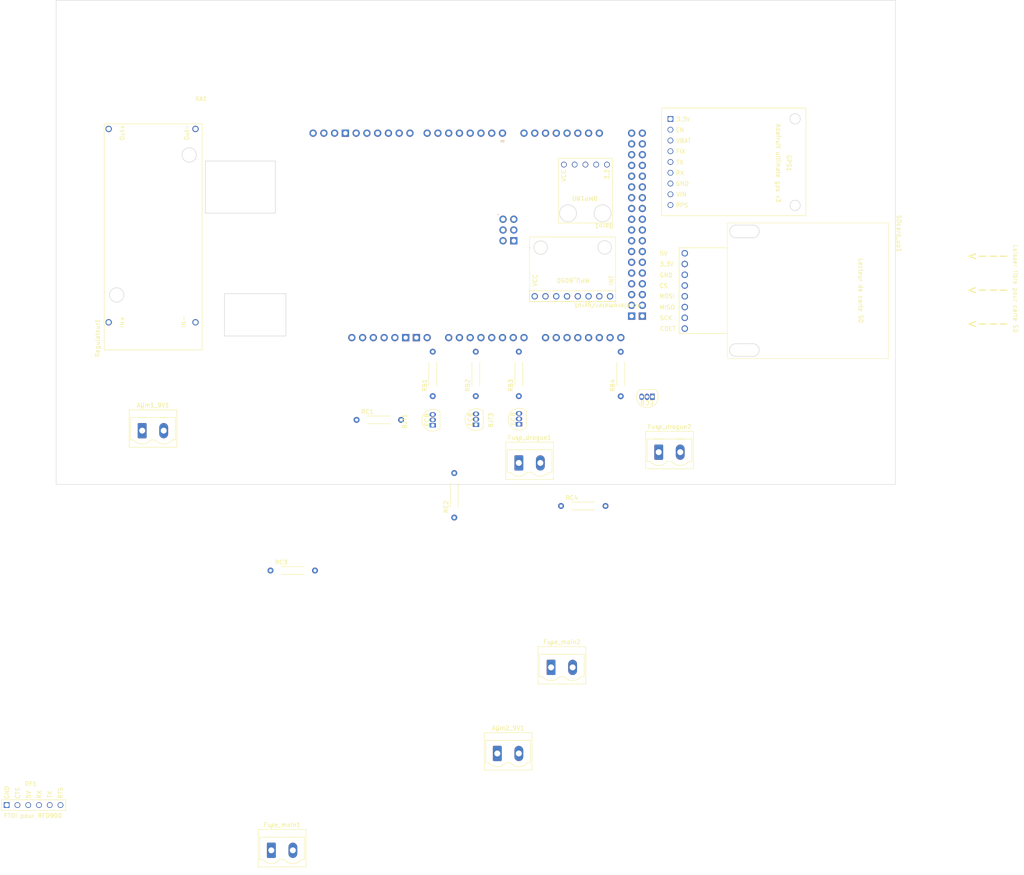
<source format=kicad_pcb>
(kicad_pcb (version 20211014) (generator pcbnew)
  (layers (0 "F.Cu" signal) (31 "B.Cu" signal) (34 "B.Paste" user) (35 "F.Paste" user) (36 "B.SilkS" user "B.Silkscreen") (37 "F.SilkS" user "F.Silkscreen") (38 "B.Mask" user) (39 "F.Mask" user) (44 "Edge.Cuts" user))
  (net 0 "")
  (net 1 "/VCC")
  (net 2 "GND")
  (net 3 "/SCL")
  (net 4 "/SDA")
  (net 6 "Net-(BJT1-Pad1)")
  (net 7 "Net-(BJT1-Pad2)")
  (net 8 "Net-(BJT1-Pad3)")
  (net 9 "Net-(BJT2-Pad1)")
  (net 10 "Net-(BJT2-Pad2)")
  (net 11 "Net-(BJT2-Pad3)")
  (net 12 "Net-(BJT3-Pad1)")
  (net 13 "Net-(BJT3-Pad2)")
  (net 14 "Net-(BJT3-Pad3)")
  (net 15 "Net-(BJT4-Pad1)")
  (net 16 "Net-(BJT4-Pad2)")
  (net 17 "Net-(BJT4-Pad3)")
  (net 18 "/A1")
  (net 19 "/A2")
  (net 20 "/A3")
  (net 21 "/A4")
  (net 22 "/VBat1")
  (net 23 "/VBat2")
  (net 41 "/RX0")
  (net 42 "/TX0")
  (net 43 "/D2")
  (net 59 "/TX1")
  (net 60 "/RX1")
  (net 62 "/D23")
  (net 64 "/D25")
  (net 89 "/D50")
  (net 90 "/D51")
  (net 91 "/D52")
  (net 92 "/D53")
  (net 113 "/CTS")
  (net 114 "/VREG_5V")
  (net 115 "/RTS")
  (footprint "gaul:2SC3279" (layer "F.Cu") (at 143.761264 132.270236 90)
    (fp_text reference "BJT2" hide)
    (fp_text value "2SC3279" hide)
    (fp_text user "E" (at -0.779326 4.785534 90 unlocked) (layer "F.SilkS"))
    (fp_text user "B" (at 1.367999 4.794021 90 unlocked) (layer "F.SilkS"))
    (fp_text user "C" (at 0.230681 4.760071 90 unlocked) (layer "F.SilkS"))
    (fp_line (start -1.7 7.85) (end 2.15 7.85) (layer "F.SilkS") (width 0.12))
    (fp_arc (start -1.7 7.85) (mid 0.233448 3.570551) (end 2.188611 7.840122) (layer "F.SilkS") (width 0.12))
    (pad "1" thru_hole oval (at 0.32 6.15 90) (size 1.05 1.5) (drill 0.75) (layers *.Cu *.Mask) (net 9 "Net-(BJT2-Pad1)"))
    (pad "2" thru_hole oval (at 1.59 6.15 90) (size 1.05 1.5) (drill 0.75) (layers *.Cu *.Mask) (net 10 "Net-(BJT2-Pad2)"))
    (pad "3" thru_hole rect (at -0.95 6.15 90) (size 1.05 1.5) (drill 0.75) (layers *.Cu *.Mask) (net 11 "Net-(BJT2-Pad3)"))
  )
  (footprint "gaul:Resistance through-hole" (layer "F.Cu") (at 101.405 167.64)
    (fp_text reference "RC3" (at 2.54 -1.92) (layer "F.SilkS"))
    (fp_text value "Resistance")
    (fp_line (start 2.5 0.92) (end 8 0.92) (layer "F.SilkS") (width 0.12))
    (fp_line (start 2.5 -0.92) (end 8 -0.92) (layer "F.SilkS") (width 0.12))
    (pad "1" thru_hole circle (at 0 0) (size 1.4 1.4) (drill 0.7) (layers *.Cu *.Mask) (net 22 "/VBat1"))
    (pad "2" thru_hole oval (at 10.5 0) (size 1.4 1.4) (drill 0.7) (layers *.Cu *.Mask) (net 12 "Net-(BJT3-Pad1)"))
  )
  (footprint "gaul:MKDSN_1729128_PCB terminal block" (layer "F.Cu") (at 71.12 134.62)
    (fp_text reference "Alim1_9V1" (at 2.54 -6) (layer "F.SilkS"))
    (fp_text value "Screw_Terminal_KF301-2P")
    (fp_line (start 7.82 -3.1) (end 7.82 2.2) (layer "F.SilkS") (width 0.12))
    (fp_line (start -2 2.2) (end -2.74 2.2) (layer "F.SilkS") (width 0.12))
    (fp_line (start -2.74 2.2) (end -2.74 -3.1) (layer "F.SilkS") (width 0.12))
    (fp_line (start -0.3 -5.71) (end 0.3 -5.71) (layer "F.SilkS") (width 0.12))
    (fp_line (start 8.18698 3.912938) (end 8.18698 -4.900984) (layer "F.SilkS") (width 0.12))
    (fp_line (start -3.073845 -4.90423) (end -3.073845 3.91577) (layer "F.SilkS") (width 0.12))
    (fp_line (start -3.073845 3.91577) (end 8.18698 3.912938) (layer "F.SilkS") (width 0.12))
    (fp_line (start 8.18698 -4.900984) (end -3.073845 -4.90423) (layer "F.SilkS") (width 0.12))
    (fp_line (start 1 -3.1) (end -1 -3.1) (layer "F.SilkS") (width 0.12))
    (fp_line (start 7.82 2.2) (end 7.08 2.2) (layer "F.SilkS") (width 0.12))
    (fp_line (start 0 -5.11) (end -0.3 -5.71) (layer "F.SilkS") (width 0.12))
    (fp_line (start 6.08 -3.1) (end 4.08 -3.1) (layer "F.SilkS") (width 0.12))
    (fp_line (start -2.74 -3.1) (end 7.82 -3.1) (layer "F.SilkS") (width 0.12))
    (fp_line (start 0.3 -5.71) (end 0 -5.11) (layer "F.SilkS") (width 0.12))
    (fp_line (start 2 2.2) (end 3.08 2.2) (layer "F.SilkS") (width 0.12))
    (fp_arc (start 1.986842 2.215821) (mid -0.010289 3.142758) (end -2 2.2) (layer "F.SilkS") (width 0.12))
    (fp_arc (start 7.066842 2.215821) (mid 5.069711 3.142758) (end 3.08 2.2) (layer "F.SilkS") (width 0.12))
    (pad "1" thru_hole roundrect (at 0 0) (size 2.08 3.6) (drill 1.4) (layers *.Cu *.Mask) (roundrect_rratio 0.120192) (net 22 "/VBat1"))
    (pad "2" thru_hole oval (at 5.08 0) (size 2.08 3.6) (drill 1.4) (layers *.Cu *.Mask) (net 2 "GND"))
  )
  (footprint "gaul:Resistance through-hole" (layer "F.Cu") (at 160.02 126.478045 90)
    (fp_text reference "RB3" (at 2.54 -1.92 90) (layer "F.SilkS"))
    (fp_text value "Resistance")
    (fp_line (start 2.5 -0.92) (end 8 -0.92) (layer "F.SilkS") (width 0.12))
    (fp_line (start 2.5 0.92) (end 8 0.92) (layer "F.SilkS") (width 0.12))
    (pad "1" thru_hole circle (at 0 0 90) (size 1.4 1.4) (drill 0.7) (layers *.Cu *.Mask) (net 13 "Net-(BJT3-Pad2)"))
    (pad "2" thru_hole oval (at 10.5 0 90) (size 1.4 1.4) (drill 0.7) (layers *.Cu *.Mask) (net 20 "/A3"))
  )
  (footprint "gaul:Arduino_mega_custom_shield_open" (layer "F.Cu") (at 85.045825 56.780382)
    (fp_text reference "XA1" (at 0 -0.5 unlocked) (layer "F.SilkS"))
    (fp_text value "Arduino_Mega2560_Shield")
    (fp_text user "." (at 70.104 26.416) (layer "B.SilkS"))
    (fp_text user "D0" (at 71.12 9.525 unlocked) (layer "B.SilkS") (effects (font (size 0.5 0.5) (thickness 0.075)) (justify mirror)))
    (fp_text user "." (at 70.104 26.416) (layer "F.SilkS"))
    (fp_text user "D0" (at 71.12 9.525 unlocked) (layer "F.SilkS") (effects (font (size 0.5 0.5) (thickness 0.075))))
    (fp_line (start 1 26.5) (end 17.5 26.5) (layer "Edge.Cuts") (width 0.12))
    (fp_line (start 5.5 55.5) (end 5.5 45.5) (layer "Edge.Cuts") (width 0.12))
    (fp_line (start 20 45.5) (end 20 55.5) (layer "Edge.Cuts") (width 0.12))
    (fp_line (start 20 55.5) (end 5.5 55.5) (layer "Edge.Cuts") (width 0.12))
    (fp_line (start 5.5 45.5) (end 20 45.5) (layer "Edge.Cuts") (width 0.12))
    (fp_line (start 1 14.202725) (end 1 26.5) (layer "Edge.Cuts") (width 0.12))
    (fp_line (start 17.5 26.5) (end 17.5 14.5) (layer "Edge.Cuts") (width 0.12))
    (fp_line (start 17.5 14.202724) (end 17.5 14.5) (layer "Edge.Cuts") (width 0.12))
    (fp_line (start 17.5 14.202724) (end 1 14.202725) (layer "Edge.Cuts") (width 0.12))
    (pad "" np_thru_hole circle (at 73.66 50.8) (size 3.2 3.2) (drill 3.2) (layers *.Mask "F.Cu" "In1.Cu" "B.Cu"))
    (pad "" np_thru_hole circle (at 21.59 55.88) (size 3.2 3.2) (drill 3.2) (layers *.Mask "F.Cu" "In1.Cu" "B.Cu"))
    (pad "" np_thru_hole circle (at 22.86 7.62) (size 3.2 3.2) (drill 3.2) (layers *.Mask "F.Cu" "In1.Cu" "B.Cu"))
    (pad "" thru_hole oval (at 35.56 55.88) (size 1.7272 1.7272) (drill 1.016) (layers *.Mask "F.Cu" "In1.Cu" "B.Cu"))
    (pad "" np_thru_hole circle (at 73.66 22.86) (size 3.2 3.2) (drill 3.2) (layers *.Mask "F.Cu" "In1.Cu" "B.Cu"))
    (pad "" np_thru_hole circle (at 104.14 55.88) (size 3.2 3.2) (drill 3.2) (layers *.Mask "F.Cu" "In1.Cu" "B.Cu"))
    (pad "" np_thru_hole circle (at 97.79 7.62) (size 3.2 3.2) (drill 3.2) (layers *.Mask "F.Cu" "In1.Cu" "B.Cu"))
    (pad "3V3" thru_hole oval (at 43.18 55.88) (size 1.7272 1.7272) (drill 1.016) (layers *.Mask "F.Cu" "In1.Cu" "B.Cu"))
    (pad "5V1" thru_hole oval (at 45.72 55.88) (size 1.7272 1.7272) (drill 1.016) (layers *.Mask "F.Cu" "In1.Cu" "B.Cu") (net 1 "/VCC"))
    (pad "5V2" thru_hole oval (at 73.787 27.94) (size 1.7272 1.7272) (drill 1.016) (layers *.Mask "F.Cu" "In1.Cu" "B.Cu"))
    (pad "5V3" thru_hole oval (at 101.6 7.62) (size 1.7272 1.7272) (drill 1.016) (layers *.Mask "F.Cu" "In1.Cu" "B.Cu"))
    (pad "5V4" thru_hole oval (at 104.14 7.62) (size 1.7272 1.7272) (drill 1.016) (layers *.Mask "F.Cu" "In1.Cu" "B.Cu"))
    (pad "A0" thru_hole oval (at 58.42 55.88) (size 1.7272 1.7272) (drill 1.016) (layers *.Mask "F.Cu" "In1.Cu" "B.Cu"))
    (pad "A1" thru_hole oval (at 60.96 55.88) (size 1.7272 1.7272) (drill 1.016) (layers *.Mask "F.Cu" "In1.Cu" "B.Cu") (net 18 "/A1"))
    (pad "A2" thru_hole oval (at 63.5 55.88) (size 1.7272 1.7272) (drill 1.016) (layers *.Mask "F.Cu" "In1.Cu" "B.Cu") (net 19 "/A2"))
    (pad "A3" thru_hole oval (at 66.04 55.88) (size 1.7272 1.7272) (drill 1.016) (layers *.Mask "F.Cu" "In1.Cu" "B.Cu") (net 20 "/A3"))
    (pad "A4" thru_hole oval (at 68.58 55.88) (size 1.7272 1.7272) (drill 1.016) (layers *.Mask "F.Cu" "In1.Cu" "B.Cu") (net 21 "/A4"))
    (pad "A5" thru_hole oval (at 71.12 55.88) (size 1.7272 1.7272) (drill 1.016) (layers *.Mask "F.Cu" "In1.Cu" "B.Cu"))
    (pad "A6" thru_hole oval (at 73.66 55.88) (size 1.7272 1.7272) (drill 1.016) (layers *.Mask "F.Cu" "In1.Cu" "B.Cu"))
    (pad "A7" thru_hole oval (at 76.2 55.88) (size 1.7272 1.7272) (drill 1.016) (layers *.Mask "F.Cu" "In1.Cu" "B.Cu"))
    (pad "A8" thru_hole oval (at 81.28 55.88) (size 1.7272 1.7272) (drill 1.016) (layers *.Mask "F.Cu" "In1.Cu" "B.Cu"))
    (pad "A9" thru_hole oval (at 83.82 55.88) (size 1.7272 1.7272) (drill 1.016) (layers *.Mask "F.Cu" "In1.Cu" "B.Cu"))
    (pad "A10" thru_hole oval (at 86.36 55.88) (size 1.7272 1.7272) (drill 1.016) (layers *.Mask "F.Cu" "In1.Cu" "B.Cu"))
    (pad "A11" thru_hole oval (at 88.9 55.88) (size 1.7272 1.7272) (drill 1.016) (layers *.Mask "F.Cu" "In1.Cu" "B.Cu"))
    (pad "A12" thru_hole oval (at 91.44 55.88) (size 1.7272 1.7272) (drill 1.016) (layers *.Mask "F.Cu" "In1.Cu" "B.Cu"))
    (pad "A13" thru_hole oval (at 93.98 55.88) (size 1.7272 1.7272) (drill 1.016) (layers *.Mask "F.Cu" "In1.Cu" "B.Cu"))
    (pad "A14" thru_hole oval (at 96.52 55.88) (size 1.7272 1.7272) (drill 1.016) (layers *.Mask "F.Cu" "In1.Cu" "B.Cu"))
    (pad "A15" thru_hole oval (at 99.06 55.88) (size 1.7272 1.7272) (drill 1.016) (layers *.Mask "F.Cu" "In1.Cu" "B.Cu"))
    (pad "AREF" thru_hole oval (at 31.496 7.62) (size 1.7272 1.7272) (drill 1.016) (layers *.Mask "F.Cu" "In1.Cu" "B.Cu"))
    (pad "D0" thru_hole oval (at 71.12 7.62) (size 1.7272 1.7272) (drill 1.016) (layers *.Mask "F.Cu" "In1.Cu" "B.Cu") (net 41 "/RX0"))
    (pad "D1" thru_hole oval (at 68.58 7.62) (size 1.7272 1.7272) (drill 1.016) (layers *.Mask "F.Cu" "In1.Cu" "B.Cu") (net 42 "/TX0"))
    (pad "D2" thru_hole oval (at 66.04 7.62) (size 1.7272 1.7272) (drill 1.016) (layers *.Mask "F.Cu" "In1.Cu" "B.Cu") (net 43 "/D2"))
    (pad "D3" thru_hole oval (at 63.5 7.62) (size 1.7272 1.7272) (drill 1.016) (layers *.Mask "F.Cu" "In1.Cu" "B.Cu"))
    (pad "D4" thru_hole oval (at 60.96 7.62) (size 1.7272 1.7272) (drill 1.016) (layers *.Mask "F.Cu" "In1.Cu" "B.Cu"))
    (pad "D5" thru_hole oval (at 58.42 7.62) (size 1.7272 1.7272) (drill 1.016) (layers *.Mask "F.Cu" "In1.Cu" "B.Cu"))
    (pad "D6" thru_hole oval (at 55.88 7.62) (size 1.7272 1.7272) (drill 1.016) (layers *.Mask "F.Cu" "In1.Cu" "B.Cu"))
    (pad "D7" thru_hole oval (at 53.34 7.62) (size 1.7272 1.7272) (drill 1.016) (layers *.Mask "F.Cu" "In1.Cu" "B.Cu"))
    (pad "D8" thru_hole oval (at 49.276 7.62) (size 1.7272 1.7272) (drill 1.016) (layers *.Mask "F.Cu" "In1.Cu" "B.Cu"))
    (pad "D9" thru_hole oval (at 46.736 7.62) (size 1.7272 1.7272) (drill 1.016) (layers *.Mask "F.Cu" "In1.Cu" "B.Cu"))
    (pad "D10" thru_hole oval (at 44.196 7.62) (size 1.7272 1.7272) (drill 1.016) (layers *.Mask "F.Cu" "In1.Cu" "B.Cu"))
    (pad "D11" thru_hole oval (at 41.656 7.62) (size 1.7272 1.7272) (drill 1.016) (layers *.Mask "F.Cu" "In1.Cu" "B.Cu"))
    (pad "D12" thru_hole oval (at 39.116 7.62) (size 1.7272 1.7272) (drill 1.016) (layers *.Mask "F.Cu" "In1.Cu" "B.Cu"))
    (pad "D13" thru_hole oval (at 36.576 7.62) (size 1.7272 1.7272) (drill 1.016) (layers *.Mask "F.Cu" "In1.Cu" "B.Cu"))
    (pad "D14" thru_hole oval (at 76.2 7.62) (size 1.7272 1.7272) (drill 1.016) (layers *.Mask "F.Cu" "In1.Cu" "B.Cu"))
    (pad "D15" thru_hole oval (at 78.74 7.62) (size 1.7272 1.7272) (drill 1.016) (layers *.Mask "F.Cu" "In1.Cu" "B.Cu"))
    (pad "D16" thru_hole oval (at 81.28 7.62) (size 1.7272 1.7272) (drill 1.016) (layers *.Mask "F.Cu" "In1.Cu" "B.Cu"))
    (pad "D17" thru_hole oval (at 83.82 7.62) (size 1.7272 1.7272) (drill 1.016) (layers *.Mask "F.Cu" "In1.Cu" "B.Cu"))
    (pad "D18" thru_hole oval (at 86.36 7.62) (size 1.7272 1.7272) (drill 1.016) (layers *.Mask "F.Cu" "In1.Cu" "B.Cu") (net 59 "/TX1"))
    (pad "D19" thru_hole oval (at 88.9 7.62) (size 1.7272 1.7272) (drill 1.016) (layers *.Mask "F.Cu" "In1.Cu" "B.Cu") (net 60 "/RX1"))
    (pad "D20" thru_hole oval (at 91.44 7.62) (size 1.7272 1.7272) (drill 1.016) (layers *.Mask "F.Cu" "In1.Cu" "B.Cu") (net 4 "/SDA"))
    (pad "D21" thru_hole oval (at 93.98 7.62) (size 1.7272 1.7272) (drill 1.016) (layers *.Mask "F.Cu" "In1.Cu" "B.Cu") (net 3 "/SCL"))
    (pad "D22" thru_hole oval (at 101.6 10.16) (size 1.7272 1.7272) (drill 1.016) (layers *.Mask "F.Cu" "In1.Cu" "B.Cu"))
    (pad "D23" thru_hole oval (at 104.14 10.16) (size 1.7272 1.7272) (drill 1.016) (layers *.Mask "F.Cu" "In1.Cu" "B.Cu") (net 62 "/D23"))
    (pad "D24" thru_hole oval (at 101.6 12.7) (size 1.7272 1.7272) (drill 1.016) (layers *.Mask "F.Cu" "In1.Cu" "B.Cu"))
    (pad "D25" thru_hole oval (at 104.14 12.7) (size 1.7272 1.7272) (drill 1.016) (layers *.Mask "F.Cu" "In1.Cu" "B.Cu") (net 64 "/D25"))
    (pad "D26" thru_hole oval (at 101.6 15.24) (size 1.7272 1.7272) (drill 1.016) (layers *.Mask "F.Cu" "In1.Cu" "B.Cu"))
    (pad "D27" thru_hole oval (at 104.14 15.24) (size 1.7272 1.7272) (drill 1.016) (layers *.Mask "F.Cu" "In1.Cu" "B.Cu"))
    (pad "D28" thru_hole oval (at 101.6 17.78) (size 1.7272 1.7272) (drill 1.016) (layers *.Mask "F.Cu" "In1.Cu" "B.Cu"))
    (pad "D29" thru_hole oval (at 104.14 17.78) (size 1.7272 1.7272) (drill 1.016) (layers *.Mask "F.Cu" "In1.Cu" "B.Cu"))
    (pad "D30" thru_hole oval (at 101.6 20.32) (size 1.7272 1.7272) (drill 1.016) (layers *.Mask "F.Cu" "In1.Cu" "B.Cu"))
    (pad "D31" thru_hole oval (at 104.14 20.32) (size 1.7272 1.7272) (drill 1.016) (layers *.Mask "F.Cu" "In1.Cu" "B.Cu"))
    (pad "D32" thru_hole oval (at 101.6 22.86) (size 1.7272 1.7272) (drill 1.016) (layers *.Mask "F.Cu" "In1.Cu" "B.Cu"))
    (pad "D33" thru_hole oval (at 104.14 22.86) (size 1.7272 1.7272) (drill 1.016) (layers *.Mask "F.Cu" "In1.Cu" "B.Cu"))
    (pad "D34" thru_hole oval (at 101.6 25.4) (size 1.7272 1.7272) (drill 1.016) (layers *.Mask "F.Cu" "In1.Cu" "B.Cu"))
    (pad "D35" thru_hole oval (at 104.14 25.4) (size 1.7272 1.7272) (drill 1.016) (layers *.Mask "F.Cu" "In1.Cu" "B.Cu"))
    (pad "D36" thru_hole oval (at 101.6 27.94) (size 1.7272 1.7272) (drill 1.016) (layers *.Mask "F.Cu" "In1.Cu" "B.Cu"))
    (pad "D37" thru_hole oval (at 104.14 27.94) (size 1.7272 1.7272) (drill 1.016) (layers *.Mask "F.Cu" "In1.Cu" "B.Cu"))
    (pad "D38" thru_hole oval (at 101.6 30.48) (size 1.7272 1.7272) (drill 1.016) (layers *.Mask "F.Cu" "In1.Cu" "B.Cu"))
    (pad "D39" thru_hole oval (at 104.14 30.48) (size 1.7272 1.7272) (drill 1.016) (layers *.Mask "F.Cu" "In1.Cu" "B.Cu"))
    (pad "D40" thru_hole oval (at 101.6 33.02) (size 1.7272 1.7272) (drill 1.016) (layers *.Mask "F.Cu" "In1.Cu" "B.Cu"))
    (pad "D41" thru_hole oval (at 104.14 33.02) (size 1.7272 1.7272) (drill 1.016) (layers *.Mask "F.Cu" "In1.Cu" "B.Cu"))
    (pad "D42" thru_hole oval (at 101.6 35.56) (size 1.7272 1.7272) (drill 1.016) (layers *.Mask "F.Cu" "In1.Cu" "B.Cu"))
    (pad "D43" thru_hole oval (at 104.14 35.56) (size 1.7272 1.7272) (drill 1.016) (layers *.Mask "F.Cu" "In1.Cu" "B.Cu"))
    (pad "D44" thru_hole oval (at 101.6 38.1) (size 1.7272 1.7272) (drill 1.016) (layers *.Mask "F.Cu" "In1.Cu" "B.Cu"))
    (pad "D45" thru_hole oval (at 104.14 38.1) (size 1.7272 1.7272) (drill 1.016) (layers *.Mask "F.Cu" "In1.Cu" "B.Cu"))
    (pad "D46" thru_hole oval (at 101.6 40.64) (size 1.7272 1.7272) (drill 1.016) (layers *.Mask "F.Cu" "In1.Cu" "B.Cu"))
    (pad "D47" thru_hole oval (at 104.14 40.64) (size 1.7272 1.7272) (drill 1.016) (layers *.Mask "F.Cu" "In1.Cu" "B.Cu"))
    (pad "D48" thru_hole oval (at 101.6 43.18) (size 1.7272 1.7272) (drill 1.016) (layers *.Mask "F.Cu" "In1.Cu" "B.Cu"))
    (pad "D49" thru_hole oval (at 104.14 43.18) (size 1.7272 1.7272) (drill 1.016) (layers *.Mask "F.Cu" "In1.Cu" "B.Cu"))
    (pad "D50" thru_hole oval (at 101.6 45.72) (size 1.7272 1.7272) (drill 1.016) (layers *.Mask "F.Cu" "In1.Cu" "B.Cu") (net 89 "/D50"))
    (pad "D51" thru_hole oval (at 104.14 45.72) (size 1.7272 1.7272) (drill 1.016) (layers *.Mask "F.Cu" "In1.Cu" "B.Cu") (net 90 "/D51"))
    (pad "D52" thru_hole oval (at 101.6 48.26) (size 1.7272 1.7272) (drill 1.016) (layers *.Mask "F.Cu" "In1.Cu" "B.Cu") (net 91 "/D52"))
    (pad "D53" thru_hole oval (at 104.14 48.26) (size 1.7272 1.7272) (drill 1.016) (layers *.Mask "F.Cu" "In1.Cu" "B.Cu") (net 92 "/D53"))
    (pad "GND1" thru_hole rect (at 34.036 7.62) (size 1.7272 1.7272) (drill 1.016) (layers *.Mask "F.Cu" "In1.Cu" "B.Cu") (net 2 "GND"))
    (pad "GND2" thru_hole rect (at 48.26 55.88) (size 1.7272 1.7272) (drill 1.016) (layers *.Mask "F.Cu" "In1.Cu" "B.Cu"))
    (pad "GND3" thru_hole rect (at 50.8 55.88) (size 1.7272 1.7272) (drill 1.016) (layers *.Mask "F.Cu" "In1.Cu" "B.Cu"))
    (pad "GND4" thru_hole rect (at 73.787 33.02) (size 1.7272 1.7272) (drill 1.016) (layers *.Mask "F.Cu" "In1.Cu" "B.Cu"))
    (pad "GND5" thru_hole rect (at 101.6 50.8) (size 1.7272 1.7272) (drill 1.016) (layers *.Mask "F.Cu" "In1.Cu" "B.Cu"))
    (pad "GND6" thru_hole rect (at 104.14 50.8) (size 1.7272 1.7272) (drill 1.016) (layers *.Mask "F.Cu" "In1.Cu" "B.Cu"))
    (pad "IORF" thru_hole oval (at 38.1 55.88) (size 1.7272 1.7272) (drill 1.016) (layers *.Mask "F.Cu" "In1.Cu" "B.Cu"))
    (pad "MISO" thru_hole oval (at 71.247 27.94) (size 1.7272 1.7272) (drill 1.016) (layers *.Mask "F.Cu" "In1.Cu" "B.Cu"))
    (pad "MOSI" thru_hole oval (at 73.787 30.48) (size 1.7272 1.7272) (drill 1.016) (layers *.Mask "F.Cu" "In1.Cu" "B.Cu"))
    (pad "RST1" thru_hole oval (at 40.64 55.88) (size 1.7272 1.7272) (drill 1.016) (layers *.Mask "F.Cu" "In1.Cu" "B.Cu"))
    (pad "RST2" thru_hole oval (at 71.247 33.02) (size 1.7272 1.7272) (drill 1.016) (layers *.Mask "F.Cu" "In1.Cu" "B.Cu"))
    (pad "SCK" thru_hole oval (at 71.247 30.48) (size 1.7272 1.7272) (drill 1.016) (layers *.Mask "F.Cu" "In1.Cu" "B.Cu"))
    (pad "SCL" thru_hole oval (at 26.416 7.62) (size 1.7272 1.7272) (drill 1.016) (layers *.Mask "F.Cu" "In1.Cu" "B.Cu"))
    (pad "SDA" thru_hole oval (at 28.956 7.62) (size 1.7272 1.7272) (drill 1.016) (layers *.Mask "F.Cu" "In1.Cu" "B.Cu"))
    (pad "VIN" thru_hole oval (at 53.34 55.88) (size 1.7272 1.7272) (drill 1.016) (layers *.Mask "F.Cu" "In1.Cu" "B.Cu") (net 22 "/VBat1"))
  )
  (footprint "gaul:Resistance through-hole" (layer "F.Cu") (at 184.078976 126.503537 90)
    (fp_text reference "RB4" (at 2.54 -1.92 90) (layer "F.SilkS"))
    (fp_text value "Resistance")
    (fp_line (start 2.5 0.92) (end 8 0.92) (layer "F.SilkS") (width 0.12))
    (fp_line (start 2.5 -0.92) (end 8 -0.92) (layer "F.SilkS") (width 0.12))
    (pad "1" thru_hole circle (at 0 0 90) (size 1.4 1.4) (drill 0.7) (layers *.Cu *.Mask) (net 16 "Net-(BJT4-Pad2)"))
    (pad "2" thru_hole oval (at 10.5 0 90) (size 1.4 1.4) (drill 0.7) (layers *.Cu *.Mask) (net 21 "/A4"))
  )
  (footprint "gaul:Regulateur_voltage" (layer "F.Cu") (at 62.105266 115.545813 90)
    (fp_text reference "Regulateur1" (at 2.794 -1.524 90 unlocked) (layer "F.SilkS"))
    (fp_text value "Voltage_regulator")
    (fp_text user "IN+" (at 6.604 4.318 90 unlocked) (layer "F.SilkS"))
    (fp_text user "IN-" (at 6.604 18.796 90 unlocked) (layer "F.SilkS"))
    (fp_text user "Out+" (at 51.308 4.318 90 unlocked) (layer "F.SilkS"))
    (fp_text user "Out-" (at 51.308 19.558 90 unlocked) (layer "F.SilkS"))
    (fp_rect (start 0 0.04) (end 53.34 23.154) (layer "F.SilkS") (width 0.12) (fill none))
    (fp_circle (center 12.954 3) (end 14.654 3) (layer "Edge.Cuts") (width 0.12) (fill none))
    (fp_circle (center 46 20.114) (end 47.7 20.114) (layer "Edge.Cuts") (width 0.12) (fill none))
    (pad "1" thru_hole circle (at 6.5 1.1 90) (size 1.5 1.5) (drill 1) (property pad_prop_castellated) (layers *.Cu *.Mask) (net 23 "/VBat2"))
    (pad "2" thru_hole circle (at 6.5 21.6 90) (size 1.5 1.5) (drill 1) (property pad_prop_castellated) (layers *.Cu *.Mask) (net 2 "GND"))
    (pad "3" thru_hole circle (at 52.14 1.1 90) (size 1.5 1.5) (drill 1) (property pad_prop_castellated) (layers *.Cu *.Mask) (net 114 "/VREG_5V"))
    (pad "4" thru_hole circle (at 52.14 21.6 90) (size 1.5 1.5) (drill 1) (property pad_prop_castellated) (layers *.Cu *.Mask) (net 2 "GND"))
  )
  (footprint "gaul:Resistance through-hole" (layer "F.Cu") (at 121.725 132.08)
    (fp_text reference "RC1" (at 2.54 -1.92) (layer "F.SilkS"))
    (fp_text value "Resistance")
    (fp_line (start 2.5 0.92) (end 8 0.92) (layer "F.SilkS") (width 0.12))
    (fp_line (start 2.5 -0.92) (end 8 -0.92) (layer "F.SilkS") (width 0.12))
    (pad "1" thru_hole circle (at 0 0) (size 1.4 1.4) (drill 0.7) (layers *.Cu *.Mask) (net 22 "/VBat1"))
    (pad "2" thru_hole oval (at 10.5 0) (size 1.4 1.4) (drill 0.7) (layers *.Cu *.Mask) (net 6 "Net-(BJT1-Pad1)"))
  )
  (footprint "gaul:MKDSN_1729128_PCB terminal block" (layer "F.Cu") (at 193.04 139.7)
    (fp_text reference "Fuse_drogue2" (at 2.54 -6) (layer "F.SilkS"))
    (fp_text value "Screw_Terminal_KF301-2P")
    (fp_line (start 8.18698 -4.900984) (end -3.073845 -4.90423) (layer "F.SilkS") (width 0.12))
    (fp_line (start -2.74 2.2) (end -2.74 -3.1) (layer "F.SilkS") (width 0.12))
    (fp_line (start -2 2.2) (end -2.74 2.2) (layer "F.SilkS") (width 0.12))
    (fp_line (start -0.3 -5.71) (end 0.3 -5.71) (layer "F.SilkS") (width 0.12))
    (fp_line (start 8.18698 3.912938) (end 8.18698 -4.900984) (layer "F.SilkS") (width 0.12))
    (fp_line (start -2.74 -3.1) (end 7.82 -3.1) (layer "F.SilkS") (width 0.12))
    (fp_line (start 0.3 -5.71) (end 0 -5.11) (layer "F.SilkS") (width 0.12))
    (fp_line (start 7.82 2.2) (end 7.08 2.2) (layer "F.SilkS") (width 0.12))
    (fp_line (start -3.073845 3.91577) (end 8.18698 3.912938) (layer "F.SilkS") (width 0.12))
    (fp_line (start 1 -3.1) (end -1 -3.1) (layer "F.SilkS") (width 0.12))
    (fp_line (start 0 -5.11) (end -0.3 -5.71) (layer "F.SilkS") (width 0.12))
    (fp_line (start 7.82 -3.1) (end 7.82 2.2) (layer "F.SilkS") (width 0.12))
    (fp_line (start -3.073845 -4.90423) (end -3.073845 3.91577) (layer "F.SilkS") (width 0.12))
    (fp_line (start 2 2.2) (end 3.08 2.2) (layer "F.SilkS") (width 0.12))
    (fp_line (start 6.08 -3.1) (end 4.08 -3.1) (layer "F.SilkS") (width 0.12))
    (fp_arc (start 1.986842 2.215821) (mid -0.010289 3.142758) (end -2 2.2) (layer "F.SilkS") (width 0.12))
    (fp_arc (start 7.066842 2.215821) (mid 5.069711 3.142758) (end 3.08 2.2) (layer "F.SilkS") (width 0.12))
    (pad "1" thru_hole roundrect (at 0 0) (size 2.08 3.6) (drill 1.4) (layers *.Cu *.Mask) (roundrect_rratio 0.120192) (net 17 "Net-(BJT4-Pad3)"))
    (pad "2" thru_hole oval (at 5.08 0) (size 2.08 3.6) (drill 1.4) (layers *.Cu *.Mask) (net 2 "GND"))
  )
  (footprint "gaul:Resistance through-hole" (layer "F.Cu") (at 144.78 155.135 90)
    (fp_text reference "RC2" (at 2.54 -1.92 90) (layer "F.SilkS"))
    (fp_text value "Resistance")
    (fp_line (start 2.5 -0.92) (end 8 -0.92) (layer "F.SilkS") (width 0.12))
    (fp_line (start 2.5 0.92) (end 8 0.92) (layer "F.SilkS") (width 0.12))
    (pad "1" thru_hole circle (at 0 0 90) (size 1.4 1.4) (drill 0.7) (layers *.Cu *.Mask) (net 23 "/VBat2"))
    (pad "2" thru_hole oval (at 10.5 0 90) (size 1.4 1.4) (drill 0.7) (layers *.Cu *.Mask) (net 9 "Net-(BJT2-Pad1)"))
  )
  (footprint "gaul:MKDSN_1729128_PCB terminal block" (layer "F.Cu") (at 160.02 142.24)
    (fp_text reference "Fuse_drogue1" (at 2.54 -6) (layer "F.SilkS"))
    (fp_text value "Screw_Terminal_KF301-2P")
    (fp_line (start 6.08 -3.1) (end 4.08 -3.1) (layer "F.SilkS") (width 0.12))
    (fp_line (start -3.073845 3.91577) (end 8.18698 3.912938) (layer "F.SilkS") (width 0.12))
    (fp_line (start -2 2.2) (end -2.74 2.2) (layer "F.SilkS") (width 0.12))
    (fp_line (start 7.82 2.2) (end 7.08 2.2) (layer "F.SilkS") (width 0.12))
    (fp_line (start -2.74 2.2) (end -2.74 -3.1) (layer "F.SilkS") (width 0.12))
    (fp_line (start -3.073845 -4.90423) (end -3.073845 3.91577) (layer "F.SilkS") (width 0.12))
    (fp_line (start 8.18698 3.912938) (end 8.18698 -4.900984) (layer "F.SilkS") (width 0.12))
    (fp_line (start -2.74 -3.1) (end 7.82 -3.1) (layer "F.SilkS") (width 0.12))
    (fp_line (start 0.3 -5.71) (end 0 -5.11) (layer "F.SilkS") (width 0.12))
    (fp_line (start 1 -3.1) (end -1 -3.1) (layer "F.SilkS") (width 0.12))
    (fp_line (start 7.82 -3.1) (end 7.82 2.2) (layer "F.SilkS") (width 0.12))
    (fp_line (start 0 -5.11) (end -0.3 -5.71) (layer "F.SilkS") (width 0.12))
    (fp_line (start 8.18698 -4.900984) (end -3.073845 -4.90423) (layer "F.SilkS") (width 0.12))
    (fp_line (start -0.3 -5.71) (end 0.3 -5.71) (layer "F.SilkS") (width 0.12))
    (fp_line (start 2 2.2) (end 3.08 2.2) (layer "F.SilkS") (width 0.12))
    (fp_arc (start 1.986842 2.215821) (mid -0.010289 3.142758) (end -2 2.2) (layer "F.SilkS") (width 0.12))
    (fp_arc (start 7.066842 2.215821) (mid 5.069711 3.142758) (end 3.08 2.2) (layer "F.SilkS") (width 0.12))
    (pad "1" thru_hole roundrect (at 0 0) (size 2.08 3.6) (drill 1.4) (layers *.Cu *.Mask) (roundrect_rratio 0.120192) (net 14 "Net-(BJT3-Pad3)"))
    (pad "2" thru_hole oval (at 5.08 0) (size 2.08 3.6) (drill 1.4) (layers *.Cu *.Mask) (net 2 "GND"))
  )
  (footprint "gaul:2SC3279" (layer "F.Cu") (at 190.603315 132.77562 180)
    (fp_text reference "BJT4" hide)
    (fp_text value "2SC3279" hide)
    (fp_text user "C" (at 0.230681 4.760071 180 unlocked) (layer "F.SilkS"))
    (fp_text user "B" (at 1.367999 4.794021 180 unlocked) (layer "F.SilkS"))
    (fp_text user "E" (at -0.779326 4.785534 180 unlocked) (layer "F.SilkS"))
    (fp_line (start -1.7 7.85) (end 2.15 7.85) (layer "F.SilkS") (width 0.12))
    (fp_arc (start -1.7 7.85) (mid 0.233448 3.570551) (end 2.188611 7.840122) (layer "F.SilkS") (width 0.12))
    (pad "1" thru_hole oval (at 0.32 6.15 180) (size 1.05 1.5) (drill 0.75) (layers *.Cu *.Mask) (net 15 "Net-(BJT4-Pad1)"))
    (pad "2" thru_hole oval (at 1.59 6.15 180) (size 1.05 1.5) (drill 0.75) (layers *.Cu *.Mask) (net 16 "Net-(BJT4-Pad2)"))
    (pad "3" thru_hole rect (at -0.95 6.15 180) (size 1.05 1.5) (drill 0.75) (layers *.Cu *.Mask) (net 17 "Net-(BJT4-Pad3)"))
  )
  (footprint "gaul:MKDSN_1729128_PCB terminal block" (layer "F.Cu") (at 101.6 233.68)
    (fp_text reference "Fuse_main1" (at 2.54 -6) (layer "F.SilkS"))
    (fp_text value "Screw_Terminal_KF301-2P")
    (fp_line (start 0.3 -5.71) (end 0 -5.11) (layer "F.SilkS") (width 0.12))
    (fp_line (start -2 2.2) (end -2.74 2.2) (layer "F.SilkS") (width 0.12))
    (fp_line (start 7.82 2.2) (end 7.08 2.2) (layer "F.SilkS") (width 0.12))
    (fp_line (start 8.18698 3.912938) (end 8.18698 -4.900984) (layer "F.SilkS") (width 0.12))
    (fp_line (start 7.82 -3.1) (end 7.82 2.2) (layer "F.SilkS") (width 0.12))
    (fp_line (start 0 -5.11) (end -0.3 -5.71) (layer "F.SilkS") (width 0.12))
    (fp_line (start -3.073845 3.91577) (end 8.18698 3.912938) (layer "F.SilkS") (width 0.12))
    (fp_line (start -3.073845 -4.90423) (end -3.073845 3.91577) (layer "F.SilkS") (width 0.12))
    (fp_line (start 2 2.2) (end 3.08 2.2) (layer "F.SilkS") (width 0.12))
    (fp_line (start 6.08 -3.1) (end 4.08 -3.1) (layer "F.SilkS") (width 0.12))
    (fp_line (start -2.74 -3.1) (end 7.82 -3.1) (layer "F.SilkS") (width 0.12))
    (fp_line (start -0.3 -5.71) (end 0.3 -5.71) (layer "F.SilkS") (width 0.12))
    (fp_line (start -2.74 2.2) (end -2.74 -3.1) (layer "F.SilkS") (width 0.12))
    (fp_line (start 1 -3.1) (end -1 -3.1) (layer "F.SilkS") (width 0.12))
    (fp_line (start 8.18698 -4.900984) (end -3.073845 -4.90423) (layer "F.SilkS") (width 0.12))
    (fp_arc (start 1.986842 2.215821) (mid -0.010289 3.142758) (end -2 2.2) (layer "F.SilkS") (width 0.12))
    (fp_arc (start 7.066842 2.215821) (mid 5.069711 3.142758) (end 3.08 2.2) (layer "F.SilkS") (width 0.12))
    (pad "1" thru_hole roundrect (at 0 0) (size 2.08 3.6) (drill 1.4) (layers *.Cu *.Mask) (roundrect_rratio 0.120192) (net 8 "Net-(BJT1-Pad3)"))
    (pad "2" thru_hole oval (at 5.08 0) (size 2.08 3.6) (drill 1.4) (layers *.Cu *.Mask) (net 2 "GND"))
  )
  (footprint "gaul:Resistance through-hole" (layer "F.Cu") (at 149.86 126.478045 90)
    (fp_text reference "RB2" (at 2.54 -1.92 90) (layer "F.SilkS"))
    (fp_text value "Resistance")
    (fp_line (start 2.5 -0.92) (end 8 -0.92) (layer "F.SilkS") (width 0.12))
    (fp_line (start 2.5 0.92) (end 8 0.92) (layer "F.SilkS") (width 0.12))
    (pad "1" thru_hole circle (at 0 0 90) (size 1.4 1.4) (drill 0.7) (layers *.Cu *.Mask) (net 10 "Net-(BJT2-Pad2)"))
    (pad "2" thru_hole oval (at 10.5 0 90) (size 1.4 1.4) (drill 0.7) (layers *.Cu *.Mask) (net 19 "/A2"))
  )
  (footprint "gaul:Resistance through-hole" (layer "F.Cu") (at 169.985 152.4)
    (fp_text reference "RC4" (at 2.54 -1.92) (layer "F.SilkS"))
    (fp_text value "Resistance")
    (fp_line (start 2.5 0.92) (end 8 0.92) (layer "F.SilkS") (width 0.12))
    (fp_line (start 2.5 -0.92) (end 8 -0.92) (layer "F.SilkS") (width 0.12))
    (pad "1" thru_hole circle (at 0 0) (size 1.4 1.4) (drill 0.7) (layers *.Cu *.Mask) (net 23 "/VBat2"))
    (pad "2" thru_hole oval (at 10.5 0) (size 1.4 1.4) (drill 0.7) (layers *.Cu *.Mask) (net 15 "Net-(BJT4-Pad1)"))
  )
  (footprint "gaul:MKDSN_1729128_PCB terminal block" (layer "F.Cu") (at 167.64 190.5)
    (fp_text reference "Fuse_main2" (at 2.54 -6) (layer "F.SilkS"))
    (fp_text value "Screw_Terminal_KF301-2P")
    (fp_line (start 6.08 -3.1) (end 4.08 -3.1) (layer "F.SilkS") (width 0.12))
    (fp_line (start -3.073845 3.91577) (end 8.18698 3.912938) (layer "F.SilkS") (width 0.12))
    (fp_line (start -0.3 -5.71) (end 0.3 -5.71) (layer "F.SilkS") (width 0.12))
    (fp_line (start 8.18698 -4.900984) (end -3.073845 -4.90423) (layer "F.SilkS") (width 0.12))
    (fp_line (start 1 -3.1) (end -1 -3.1) (layer "F.SilkS") (width 0.12))
    (fp_line (start -2 2.2) (end -2.74 2.2) (layer "F.SilkS") (width 0.12))
    (fp_line (start 8.18698 3.912938) (end 8.18698 -4.900984) (layer "F.SilkS") (width 0.12))
    (fp_line (start 0 -5.11) (end -0.3 -5.71) (layer "F.SilkS") (width 0.12))
    (fp_line (start 7.82 -3.1) (end 7.82 2.2) (layer "F.SilkS") (width 0.12))
    (fp_line (start 7.82 2.2) (end 7.08 2.2) (layer "F.SilkS") (width 0.12))
    (fp_line (start 0.3 -5.71) (end 0 -5.11) (layer "F.SilkS") (width 0.12))
    (fp_line (start 2 2.2) (end 3.08 2.2) (layer "F.SilkS") (width 0.12))
    (fp_line (start -2.74 2.2) (end -2.74 -3.1) (layer "F.SilkS") (width 0.12))
    (fp_line (start -2.74 -3.1) (end 7.82 -3.1) (layer "F.SilkS") (width 0.12))
    (fp_line (start -3.073845 -4.90423) (end -3.073845 3.91577) (layer "F.SilkS") (width 0.12))
    (fp_arc (start 1.986842 2.215821) (mid -0.010289 3.142758) (end -2 2.2) (layer "F.SilkS") (width 0.12))
    (fp_arc (start 7.066842 2.215821) (mid 5.069711 3.142758) (end 3.08 2.2) (layer "F.SilkS") (width 0.12))
    (pad "1" thru_hole roundrect (at 0 0) (size 2.08 3.6) (drill 1.4) (layers *.Cu *.Mask) (roundrect_rratio 0.120192) (net 11 "Net-(BJT2-Pad3)"))
    (pad "2" thru_hole oval (at 5.08 0) (size 2.08 3.6) (drill 1.4) (layers *.Cu *.Mask) (net 2 "GND"))
  )
  (footprint "gaul:2SC3279" (layer "F.Cu") (at 153.920994 132.15071 90)
    (fp_text reference "BJT3" (at 0 -0.5 90 unlocked) (layer "F.SilkS"))
    (fp_text value "2SC3279")
    (fp_text user "B" (at 1.367999 4.794021 90 unlocked) (layer "F.SilkS"))
    (fp_text user "E" (at -0.779326 4.785534 90 unlocked) (layer "F.SilkS"))
    (fp_text user "C" (at 0.230681 4.760071 90 unlocked) (layer "F.SilkS"))
    (fp_line (start -1.7 7.85) (end 2.15 7.85) (layer "F.SilkS") (width 0.12))
    (fp_arc (start -1.7 7.85) (mid 0.233448 3.570551) (end 2.188611 7.840122) (layer "F.SilkS") (width 0.12))
    (pad "1" thru_hole oval (at 0.32 6.15 90) (size 1.05 1.5) (drill 0.75) (layers *.Cu *.Mask) (net 12 "Net-(BJT3-Pad1)"))
    (pad "2" thru_hole oval (at 1.59 6.15 90) (size 1.05 1.5) (drill 0.75) (layers *.Cu *.Mask) (net 13 "Net-(BJT3-Pad2)"))
    (pad "3" thru_hole rect (at -0.95 6.15 90) (size 1.05 1.5) (drill 0.75) (layers *.Cu *.Mask) (net 14 "Net-(BJT3-Pad3)"))
  )
  (footprint "gaul:SD Card Reader" (layer "F.Cu") (at 247.25336 85.6 -90)
    (fp_text reference "SDcard_up1" (at 2.5 -2.5 -90 unlocked) (layer "F.SilkS"))
    (fp_text value "Module_GPS_Robotdyn")
    (fp_text user "--->" (at 24 -23.5 -180 unlocked) (layer "F.SilkS") (effects (font (size 2 2) (thickness 0.3))))
    (fp_text user "MISO" (at 19.931936 52.218577 unlocked) (layer "F.SilkS"))
    (fp_text user "5V" (at 7.179747 53.063273 unlocked) (layer "F.SilkS"))
    (fp_text user "CS" (at 14.83651 53.063273 unlocked) (layer "F.SilkS"))
    (fp_text user "SCK" (at 22.411528 52.463811 unlocked) (layer "F.SilkS"))
    (fp_text user "GND" (at 12.329669 52.463811 unlocked) (layer "F.SilkS"))
    (fp_text user "--->" (at 8 -23.5 -180 unlocked) (layer "F.SilkS") (effects (font (size 2 2) (thickness 0.3))))
    (fp_text user "3.3V" (at 9.713836 52.32757 unlocked) (layer "F.SilkS"))
    (fp_text user "Laisser libre pour carte SD" (at 15.5 -30 -90 unlocked) (layer "F.SilkS"))
    (fp_text user "Lecteur de carte SD" (at 16 6.5 -90 unlocked) (layer "F.SilkS"))
    (fp_text user "--->" (at 16 -23.5 -180 unlocked) (layer "F.SilkS") (effects (font (size 2 2) (thickness 0.3))))
    (fp_text user "MOSI" (at 17.288854 52.245825 unlocked) (layer "F.SilkS"))
    (fp_text user "CDET" (at 24.972865 52.07 unlocked) (layer "F.SilkS"))
    (fp_line (start 5.865231 49.395389) (end 5.857366 38.011325) (layer "F.SilkS") (width 0.127))
    (fp_line (start 26.093746 49.403819) (end 5.865231 49.395389) (layer "F.SilkS") (width 0.127))
    (fp_line (start 26.093746 49.403819) (end 26.093747 38.070587) (layer "F.SilkS") (width 0.127))
    (fp_rect (start 0 0) (end 32 38) (layer "F.SilkS") (width 0.1) (fill none))
    (fp_line (start 31.5 32) (end 31.5 36) (layer "Edge.Cuts") (width 0.12))
    (fp_line (start 0.5 32) (end 0.5 36) (layer "Edge.Cuts") (width 0.12))
    (fp_line (start 3.5 32) (end 3.5 36) (layer "Edge.Cuts") (width 0.12))
    (fp_line (start 28.5 32) (end 28.5 36) (layer "Edge.Cuts") (width 0.12))
    (fp_arc (start 3.5 36) (mid 2 37.5) (end 0.5 36) (layer "Edge.Cuts") (width 0.12))
    (fp_arc (start 31.5 36) (mid 30 37.5) (end 28.5 36) (layer "Edge.Cuts") (width 0.12))
    (fp_arc (start 0.5 32) (mid 2 30.5) (end 3.5 32) (layer "Edge.Cuts") (width 0.12))
    (fp_arc (start 28.5 32) (mid 30 30.5) (end 31.5 32) (layer "Edge.Cuts") (width 0.12))
    (pad "1" thru_hole circle (at 7.146906 48.063159 270) (size 1.53 1.53) (drill 1.02) (layers *.Mask "F.Cu" "In1.Cu" "B.Cu") (net 1 "/VCC"))
    (pad "2" thru_hole circle (at 9.686906 48.063159 270) (size 1.53 1.53) (drill 1.02) (layers *.Cu *.Mask))
    (pad "3" thru_hole circle (at 12.226906 48.063159 270) (size 1.53 1.53) (drill 1.02) (layers *.Mask "F.Cu" "In1.Cu" "B.Cu") (net 2 "GND"))
    (pad "4" thru_hole circle (at 14.766906 48.063159 270) (size 1.53 1.53) (drill 1.02) (layers *.Mask "F.Cu" "In1.Cu" "B.Cu") (net 92 "/D53"))
    (pad "5" thru_hole circle (at 17.306906 48.063159 270) (size 1.53 1.53) (drill 1.02) (layers *.Mask "F.Cu" "In1.Cu" "B.Cu") (net 90 "/D51"))
    (pad "6" thru_hole circle (at 19.846906 48.063159 270) (size 1.53 1.53) (drill 1.02) (layers *.Mask "F.Cu" "In1.Cu" "B.Cu") (net 89 "/D50"))
    (pad "7" thru_hole circle (at 22.386906 48.063159 270) (size 1.53 1.53) (drill 1.02) (layers *.Mask "F.Cu" "In1.Cu" "B.Cu") (net 91 "/D52"))
    (pad "8" thru_hole circle (at 24.926906 48.063159 270) (size 1.53 1.53) (drill 1.02) (layers *.Mask "F.Cu" "In1.Cu" "B.Cu"))
  )
  (footprint "gaul:Resistance through-hole" (layer "F.Cu") (at 139.7 126.478045 90)
    (fp_text reference "RB1" (at 2.54 -1.92 90) (layer "F.SilkS"))
    (fp_text value "Resistance")
    (fp_line (start 2.5 -0.92) (end 8 -0.92) (layer "F.SilkS") (width 0.12))
    (fp_line (start 2.5 0.92) (end 8 0.92) (layer "F.SilkS") (width 0.12))
    (pad "1" thru_hole circle (at 0 0 90) (size 1.4 1.4) (drill 0.7) (layers *.Cu *.Mask) (net 7 "Net-(BJT1-Pad2)"))
    (pad "2" thru_hole oval (at 10.5 0 90) (size 1.4 1.4) (drill 0.7) (layers *.Cu *.Mask) (net 18 "/A1"))
  )
  (footprint "gaul:2SC3279" (layer "F.Cu") (at 133.55 132.4 90)
    (fp_text reference "BJT1" (at 0 -0.5 90 unlocked) (layer "F.SilkS"))
    (fp_text value "2SC3279" hide)
    (fp_text user "B" (at 1.367999 4.794021 90 unlocked) (layer "F.SilkS"))
    (fp_text user "E" (at -0.779326 4.785534 90 unlocked) (layer "F.SilkS"))
    (fp_text user "C" (at 0.230681 4.760071 90 unlocked) (layer "F.SilkS"))
    (fp_line (start -1.7 7.85) (end 2.15 7.85) (layer "F.SilkS") (width 0.12))
    (fp_arc (start -1.7 7.85) (mid 0.233448 3.570551) (end 2.188611 7.840122) (layer "F.SilkS") (width 0.12))
    (pad "1" thru_hole oval (at 0.32 6.15 90) (size 1.05 1.5) (drill 0.75) (layers *.Cu *.Mask) (net 6 "Net-(BJT1-Pad1)"))
    (pad "2" thru_hole oval (at 1.59 6.15 90) (size 1.05 1.5) (drill 0.75) (layers *.Cu *.Mask) (net 7 "Net-(BJT1-Pad2)"))
    (pad "3" thru_hole rect (at -0.95 6.15 90) (size 1.05 1.5) (drill 0.75) (layers *.Cu *.Mask) (net 8 "Net-(BJT1-Pad3)"))
  )
  (footprint "gaul:BMP" (layer "F.Cu") (at 167.64 83.82 180)
    (property "VALUE" "BMP18")
    (fp_text reference "Baro1" (at -12.5 -2.5 180 unlocked) (layer "F.SilkS"))
    (fp_text value "BMP_180_custom")
    (fp_text user "3.3" (at -13.208284 9.658213 90 unlocked) (layer "F.SilkS"))
    (fp_text user "BMP180" (at -8 4 180 unlocked) (layer "F.SilkS"))
    (fp_text user "VCC" (at -3.002563 9.38639 90 unlocked) (layer "F.SilkS"))
    (fp_rect (start -14.450617 -1.778635) (end -1.732101 13.487412) (layer "F.SilkS") (width 0.12) (fill none))
    (fp_circle (center -12.139927 0.5) (end -10.139927 0.5) (layer "Edge.Cuts") (width 0.12) (fill none))
    (fp_circle (center -4 0.5) (end -2 0.5) (layer "Edge.Cuts") (width 0.12) (fill none))
    (pad "1" thru_hole circle (at -3.02 12 180) (size 1.35 1.35) (drill 1) (layers *.Cu *.Mask) (net 1 "/VCC"))
    (pad "2" thru_hole circle (at -5.56 12 180) (size 1.35 1.35) (drill 1) (layers *.Cu *.Mask) (net 2 "GND"))
    (pad "3" thru_hole circle (at -8.1 12 180) (size 1.35 1.35) (drill 1) (layers *.Cu *.Mask) (net 3 "/SCL"))
    (pad "4" thru_hole circle (at -10.64 12 180) (size 1.35 1.35) (drill 1) (layers *.Cu *.Mask) (net 4 "/SDA"))
    (pad "5" thru_hole circle (at -13.18 12 180) (size 1.35 1.35) (drill 1) (layers *.Cu *.Mask))
  )
  (footprint "gaul:Adafruit_GPS_V3" (layer "F.Cu") (at 227.779263 58.478257 -90)
    (fp_text reference "GPS1" (at 13 4 -90 unlocked) (layer "F.SilkS"))
    (fp_text value "Adafruit_ultimate_gps_V3")
    (fp_text user "GND" (at 17.825582 29.178396 unlocked) (layer "F.SilkS"))
    (fp_text user "VIN" (at 20.381682 29.39749 unlocked) (layer "F.SilkS"))
    (fp_text user "PPS" (at 22.974297 29.251427 unlocked) (layer "F.SilkS"))
    (fp_text user "RX" (at 15.305998 29.726132 unlocked) (layer "F.SilkS"))
    (fp_text user "3.3V" (at 2.653303 28.97756 unlocked) (layer "F.SilkS"))
    (fp_text user "VBAT" (at 7.71073 28.849755 unlocked) (layer "F.SilkS"))
    (fp_text user "Adafruit ultimate gps v3" (at 13 6.5 -90 unlocked) (layer "F.SilkS"))
    (fp_text user "EN" (at 5.172888 29.707874 unlocked) (layer "F.SilkS"))
    (fp_text user "TX" (at 12.822929 29.74439 unlocked) (layer "F.SilkS"))
    (fp_text user "FIX" (at 10.230314 29.543553 unlocked) (layer "F.SilkS"))
    (fp_rect (start 0 0) (end 25.405878 34.041677) (layer "F.SilkS") (width 0.12) (fill none))
    (fp_circle (center 2.54 2.54) (end 3.7592 2.54) (layer "Edge.Cuts") (width 0.12) (fill none))
    (fp_circle (center 22.95974 2.54) (end 24.17894 2.54) (layer "Edge.Cuts") (width 0.12) (fill none))
    (pad "1" thru_hole rect (at 2.570519 31.96844 270) (size 1.35 1.35) (drill 1) (layers *.Cu *.Mask))
    (pad "2" thru_hole circle (at 5.110519 31.96844 270) (size 1.35 1.35) (drill 1) (layers *.Cu *.Mask))
    (pad "3" thru_hole circle (at 7.650519 31.96844 270) (size 1.35 1.35) (drill 1) (layers *.Cu *.Mask))
    (pad "4" thru_hole circle (at 10.190519 31.96844 270) (size 1.35 1.35) (drill 1) (layers *.Cu *.Mask) (net 62 "/D23"))
    (pad "5" thru_hole circle (at 12.730519 31.96844 270) (size 1.35 1.35) (drill 1) (layers *.Cu *.Mask) (net 60 "/RX1"))
    (pad "6" thru_hole circle (at 15.270519 31.96844 270) (size 1.35 1.35) (drill 1) (layers *.Cu *.Mask) (net 59 "/TX1"))
    (pad "7" thru_hole circle (at 17.810519 31.96844 270) (size 1.35 1.35) (drill 1) (layers *.Cu *.Mask) (net 2 "GND"))
    (pad "8" thru_hole circle (at 20.350519 31.96844 270) (size 1.35 1.35) (drill 1) (layers *.Cu *.Mask) (net 1 "/VCC"))
    (pad "9" thru_hole circle (at 22.890519 31.96844 270) (size 1.35 1.35) (drill 1) (layers *.Cu *.Mask) (net 64 "/D25"))
  )
  (footprint "gaul:MPU_6050" (layer "F.Cu") (at 182.875484 104.1515 180)
    (fp_text reference "Accelerometer/gyro1" (at 2 -1 180 unlocked) (layer "F.SilkS"))
    (fp_text value "MPU6050_6DOF_GY-521")
    (fp_text user "MPU_6050" (at 10 5 180 unlocked) (layer "F.SilkS"))
    (fp_text user "VCC" (at 19 5 90 unlocked) (layer "F.SilkS"))
    (fp_text user "INT" (at 1 5 90 unlocked) (layer "F.SilkS"))
    (fp_rect (start 0 0) (end 20.32 2.54) (layer "F.SilkS") (width 0.12) (fill none))
    (fp_rect (start 0 0) (end 20.32 15.24) (layer "F.SilkS") (width 0.12) (fill none))
    (fp_circle (center 20.300387 12.738064) (end 20.300387 12.738064) (layer "Edge.Cuts") (width 0.12) (fill none))
    (fp_circle (center 2.580387 12.786209) (end 4.180387 12.786209) (layer "Edge.Cuts") (width 0.12) (fill none))
    (fp_circle (center 17.700387 12.738064) (end 19.300387 12.738064) (layer "Edge.Cuts") (width 0.12) (fill none))
    (pad "1" thru_hole circle (at 19.096903 1.25 180) (size 1.5 1.5) (drill 1) (property pad_prop_castellated) (layers *.Cu *.Mask) (net 1 "/VCC"))
    (pad "2" thru_hole circle (at 16.556903 1.25 180) (size 1.5 1.5) (drill 1) (property pad_prop_castellated) (layers *.Cu *.Mask) (net 2 "GND"))
    (pad "3" thru_hole circle (at 14.016903 1.25 180) (size 1.5 1.5) (drill 1) (property pad_prop_castellated) (layers *.Cu *.Mask) (net 3 "/SCL"))
    (pad "4" thru_hole circle (at 11.476903 1.25 180) (size 1.5 1.5) (drill 1) (property pad_prop_castellated) (layers *.Cu *.Mask) (net 4 "/SDA"))
    (pad "5" thru_hole circle (at 8.936903 1.25 180) (size 1.5 1.5) (drill 1) (property pad_prop_castellated) (layers *.Cu *.Mask))
    (pad "6" thru_hole circle (at 6.396903 1.25 180) (size 1.5 1.5) (drill 1) (property pad_prop_castellated) (layers *.Cu *.Mask))
    (pad "7" thru_hole circle (at 3.856903 1.25 180) (size 1.5 1.5) (drill 1) (property pad_prop_castellated) (layers *.Cu *.Mask))
    (pad "8" thru_hole circle (at 1.316903 1.25 180) (size 1.5 1.5) (drill 1) (property pad_prop_castellated) (layers *.Cu *.Mask) (net 43 "/D2"))
  )
  (footprint "gaul:MKDSN_1729128_PCB terminal block" (layer "F.Cu") (at 154.94 210.82)
    (fp_text reference "Alim2_9V1" (at 2.54 -6) (layer "F.SilkS"))
    (fp_text value "Screw_Terminal_KF301-2P")
    (fp_line (start 7.82 2.2) (end 7.08 2.2) (layer "F.SilkS") (width 0.12))
    (fp_line (start -3.073845 3.91577) (end 8.18698 3.912938) (layer "F.SilkS") (width 0.12))
    (fp_line (start 2 2.2) (end 3.08 2.2) (layer "F.SilkS") (width 0.12))
    (fp_line (start 8.18698 -4.900984) (end -3.073845 -4.90423) (layer "F.SilkS") (width 0.12))
    (fp_line (start -2 2.2) (end -2.74 2.2) (layer "F.SilkS") (width 0.12))
    (fp_line (start 7.82 -3.1) (end 7.82 2.2) (layer "F.SilkS") (width 0.12))
    (fp_line (start -2.74 -3.1) (end 7.82 -3.1) (layer "F.SilkS") (width 0.12))
    (fp_line (start 1 -3.1) (end -1 -3.1) (layer "F.SilkS") (width 0.12))
    (fp_line (start 0.3 -5.71) (end 0 -5.11) (layer "F.SilkS") (width 0.12))
    (fp_line (start -0.3 -5.71) (end 0.3 -5.71) (layer "F.SilkS") (width 0.12))
    (fp_line (start -3.073845 -4.90423) (end -3.073845 3.91577) (layer "F.SilkS") (width 0.12))
    (fp_line (start 0 -5.11) (end -0.3 -5.71) (layer "F.SilkS") (width 0.12))
    (fp_line (start 6.08 -3.1) (end 4.08 -3.1) (layer "F.SilkS") (width 0.12))
    (fp_line (start 8.18698 3.912938) (end 8.18698 -4.900984) (layer "F.SilkS") (width 0.12))
    (fp_line (start -2.74 2.2) (end -2.74 -3.1) (layer "F.SilkS") (width 0.12))
    (fp_arc (start 7.066842 2.215821) (mid 5.069711 3.142758) (end 3.08 2.2) (layer "F.SilkS") (width 0.12))
    (fp_arc (start 1.986842 2.215821) (mid -0.010289 3.142758) (end -2 2.2) (layer "F.SilkS") (width 0.12))
    (pad "1" thru_hole roundrect (at 0 0) (size 2.08 3.6) (drill 1.4) (layers *.Cu *.Mask) (roundrect_rratio 0.120192) (net 23 "/VBat2"))
    (pad "2" thru_hole oval (at 5.08 0) (size 2.08 3.6) (drill 1.4) (layers *.Cu *.Mask) (net 2 "GND"))
  )
  (footprint "gaul:RFD900_externe" (layer "F.Cu") (at 37.83529 219.505)
    (fp_text reference "RF1" (at 7 -1.5 unlocked) (layer "F.SilkS"))
    (fp_text value "RFD900")
    (fp_text user "RX" (at 9 1 90 unlocked) (layer "F.SilkS"))
    (fp_text user "FTDI pour RFD900" (at 7.5 6 unlocked) (layer "F.SilkS"))
    (fp_text user "CTS" (at 3.913419 0.668516 90 unlocked) (layer "F.SilkS"))
    (fp_text user "TX" (at 11.5 1 90 unlocked) (layer "F.SilkS"))
    (fp_text user "5V" (at 6.45329 0.993161 90 unlocked) (layer "F.SilkS"))
    (fp_text user "GND" (at 1.354451 0.553935 90 unlocked) (layer "F.SilkS"))
    (fp_text user "RTS" (at 14.015612 0.630322 90 unlocked) (layer "F.SilkS"))
    (fp_line (start 15.267852 4.755225) (end 15.267852 2.255225) (layer "F.SilkS") (width 0.127))
    (fp_line (start 0.03 4.75) (end 0.03 2.25) (layer "F.SilkS") (width 0.127))
    (fp_line (start 15.267852 4.755225) (end 0.03 4.75) (layer "F.SilkS") (width 0.127))
    (fp_line (start 15.275313 2.256161) (end 0.037461 2.250936) (layer "F.SilkS") (width 0.127))
    (pad "2" thru_hole circle (at 3.84 3.5) (size 1.35 1.35) (drill 1) (layers *.Mask "F.Cu" "In1.Cu" "B.Cu") (net 113 "/CTS"))
    (pad "3" thru_hole circle (at 6.38 3.5) (size 1.35 1.35) (drill 1) (layers *.Mask "F.Cu" "In1.Cu" "B.Cu") (net 114 "/VREG_5V"))
    (pad "4" thru_hole circle (at 8.92 3.5) (size 1.35 1.35) (drill 1) (layers *.Mask "F.Cu" "In1.Cu" "B.Cu") (net 42 "/TX0"))
    (pad "5" thru_hole circle (at 11.46 3.5) (size 1.35 1.35) (drill 1) (layers *.Mask "F.Cu" "In1.Cu" "B.Cu") (net 41 "/RX0"))
    (pad "6" thru_hole circle (at 14 3.5) (size 1.35 1.35) (drill 1) (layers *.Mask "F.Cu" "In1.Cu" "B.Cu") (net 115 "/RTS"))
    (pad "GND" thru_hole rect (at 1.3 3.5) (size 1.35 1.35) (drill 1) (layers *.Cu *.Mask))
  )
  (gr_rect (start 50.8 33.02) (end 248.92 147.32) (layer "Edge.Cuts") (width 0.1) (fill none))
)
</source>
